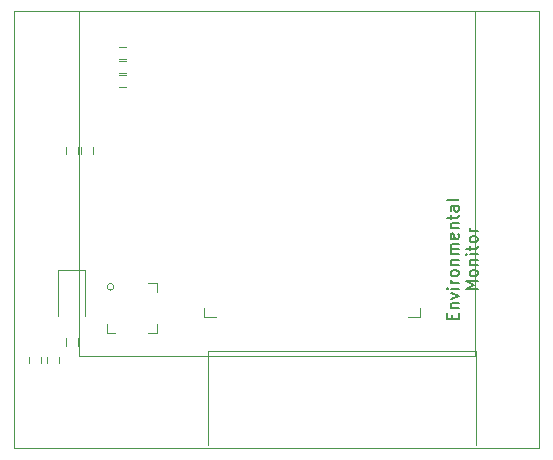
<source format=gbr>
%TF.GenerationSoftware,KiCad,Pcbnew,(6.0.1-0)*%
%TF.CreationDate,2022-01-25T11:14:44+00:00*%
%TF.ProjectId,EnvMon,456e764d-6f6e-42e6-9b69-6361645f7063,4*%
%TF.SameCoordinates,Original*%
%TF.FileFunction,Legend,Top*%
%TF.FilePolarity,Positive*%
%FSLAX46Y46*%
G04 Gerber Fmt 4.6, Leading zero omitted, Abs format (unit mm)*
G04 Created by KiCad (PCBNEW (6.0.1-0)) date 2022-01-25 11:14:44*
%MOMM*%
%LPD*%
G01*
G04 APERTURE LIST*
%ADD10C,0.150000*%
%ADD11C,0.120000*%
G04 APERTURE END LIST*
D10*
X127123571Y-89047619D02*
X127123571Y-88714285D01*
X127647380Y-88571428D02*
X127647380Y-89047619D01*
X126647380Y-89047619D01*
X126647380Y-88571428D01*
X126980714Y-88142857D02*
X127647380Y-88142857D01*
X127075952Y-88142857D02*
X127028333Y-88095238D01*
X126980714Y-88000000D01*
X126980714Y-87857142D01*
X127028333Y-87761904D01*
X127123571Y-87714285D01*
X127647380Y-87714285D01*
X126980714Y-87333333D02*
X127647380Y-87095238D01*
X126980714Y-86857142D01*
X127647380Y-86476190D02*
X126980714Y-86476190D01*
X126647380Y-86476190D02*
X126695000Y-86523809D01*
X126742619Y-86476190D01*
X126695000Y-86428571D01*
X126647380Y-86476190D01*
X126742619Y-86476190D01*
X127647380Y-86000000D02*
X126980714Y-86000000D01*
X127171190Y-86000000D02*
X127075952Y-85952380D01*
X127028333Y-85904761D01*
X126980714Y-85809523D01*
X126980714Y-85714285D01*
X127647380Y-85238095D02*
X127599761Y-85333333D01*
X127552142Y-85380952D01*
X127456904Y-85428571D01*
X127171190Y-85428571D01*
X127075952Y-85380952D01*
X127028333Y-85333333D01*
X126980714Y-85238095D01*
X126980714Y-85095238D01*
X127028333Y-85000000D01*
X127075952Y-84952380D01*
X127171190Y-84904761D01*
X127456904Y-84904761D01*
X127552142Y-84952380D01*
X127599761Y-85000000D01*
X127647380Y-85095238D01*
X127647380Y-85238095D01*
X126980714Y-84476190D02*
X127647380Y-84476190D01*
X127075952Y-84476190D02*
X127028333Y-84428571D01*
X126980714Y-84333333D01*
X126980714Y-84190476D01*
X127028333Y-84095238D01*
X127123571Y-84047619D01*
X127647380Y-84047619D01*
X127647380Y-83571428D02*
X126980714Y-83571428D01*
X127075952Y-83571428D02*
X127028333Y-83523809D01*
X126980714Y-83428571D01*
X126980714Y-83285714D01*
X127028333Y-83190476D01*
X127123571Y-83142857D01*
X127647380Y-83142857D01*
X127123571Y-83142857D02*
X127028333Y-83095238D01*
X126980714Y-83000000D01*
X126980714Y-82857142D01*
X127028333Y-82761904D01*
X127123571Y-82714285D01*
X127647380Y-82714285D01*
X127599761Y-81857142D02*
X127647380Y-81952380D01*
X127647380Y-82142857D01*
X127599761Y-82238095D01*
X127504523Y-82285714D01*
X127123571Y-82285714D01*
X127028333Y-82238095D01*
X126980714Y-82142857D01*
X126980714Y-81952380D01*
X127028333Y-81857142D01*
X127123571Y-81809523D01*
X127218809Y-81809523D01*
X127314047Y-82285714D01*
X126980714Y-81380952D02*
X127647380Y-81380952D01*
X127075952Y-81380952D02*
X127028333Y-81333333D01*
X126980714Y-81238095D01*
X126980714Y-81095238D01*
X127028333Y-81000000D01*
X127123571Y-80952380D01*
X127647380Y-80952380D01*
X126980714Y-80619047D02*
X126980714Y-80238095D01*
X126647380Y-80476190D02*
X127504523Y-80476190D01*
X127599761Y-80428571D01*
X127647380Y-80333333D01*
X127647380Y-80238095D01*
X127647380Y-79476190D02*
X127123571Y-79476190D01*
X127028333Y-79523809D01*
X126980714Y-79619047D01*
X126980714Y-79809523D01*
X127028333Y-79904761D01*
X127599761Y-79476190D02*
X127647380Y-79571428D01*
X127647380Y-79809523D01*
X127599761Y-79904761D01*
X127504523Y-79952380D01*
X127409285Y-79952380D01*
X127314047Y-79904761D01*
X127266428Y-79809523D01*
X127266428Y-79571428D01*
X127218809Y-79476190D01*
X127647380Y-78857142D02*
X127599761Y-78952380D01*
X127504523Y-79000000D01*
X126647380Y-79000000D01*
X129257380Y-86523809D02*
X128257380Y-86523809D01*
X128971666Y-86190476D01*
X128257380Y-85857142D01*
X129257380Y-85857142D01*
X129257380Y-85238095D02*
X129209761Y-85333333D01*
X129162142Y-85380952D01*
X129066904Y-85428571D01*
X128781190Y-85428571D01*
X128685952Y-85380952D01*
X128638333Y-85333333D01*
X128590714Y-85238095D01*
X128590714Y-85095238D01*
X128638333Y-85000000D01*
X128685952Y-84952380D01*
X128781190Y-84904761D01*
X129066904Y-84904761D01*
X129162142Y-84952380D01*
X129209761Y-85000000D01*
X129257380Y-85095238D01*
X129257380Y-85238095D01*
X128590714Y-84476190D02*
X129257380Y-84476190D01*
X128685952Y-84476190D02*
X128638333Y-84428571D01*
X128590714Y-84333333D01*
X128590714Y-84190476D01*
X128638333Y-84095238D01*
X128733571Y-84047619D01*
X129257380Y-84047619D01*
X129257380Y-83571428D02*
X128590714Y-83571428D01*
X128257380Y-83571428D02*
X128305000Y-83619047D01*
X128352619Y-83571428D01*
X128305000Y-83523809D01*
X128257380Y-83571428D01*
X128352619Y-83571428D01*
X128590714Y-83238095D02*
X128590714Y-82857142D01*
X128257380Y-83095238D02*
X129114523Y-83095238D01*
X129209761Y-83047619D01*
X129257380Y-82952380D01*
X129257380Y-82857142D01*
X129257380Y-82380952D02*
X129209761Y-82476190D01*
X129162142Y-82523809D01*
X129066904Y-82571428D01*
X128781190Y-82571428D01*
X128685952Y-82523809D01*
X128638333Y-82476190D01*
X128590714Y-82380952D01*
X128590714Y-82238095D01*
X128638333Y-82142857D01*
X128685952Y-82095238D01*
X128781190Y-82047619D01*
X129066904Y-82047619D01*
X129162142Y-82095238D01*
X129209761Y-82142857D01*
X129257380Y-82238095D01*
X129257380Y-82380952D01*
X129257380Y-81619047D02*
X128590714Y-81619047D01*
X128781190Y-81619047D02*
X128685952Y-81571428D01*
X128638333Y-81523809D01*
X128590714Y-81428571D01*
X128590714Y-81333333D01*
D11*
%TO.C,R2*%
X96700000Y-74500000D02*
X96700000Y-75100000D01*
X95700000Y-74500000D02*
X95700000Y-75100000D01*
%TO.C,R1*%
X95400000Y-74500000D02*
X95400000Y-75100000D01*
X94400000Y-74500000D02*
X94400000Y-75100000D01*
%TO.C,D2*%
X96035000Y-84915000D02*
X93765000Y-84915000D01*
X93765000Y-84915000D02*
X93765000Y-88800000D01*
X96035000Y-88800000D02*
X96035000Y-84915000D01*
%TO.C,C4*%
X95400000Y-91300000D02*
X95400000Y-90700000D01*
X94400000Y-91300000D02*
X94400000Y-90700000D01*
%TO.C,J3*%
X129150000Y-91750000D02*
X129150000Y-99750000D01*
X106450000Y-91750000D02*
X129150000Y-91750000D01*
X106450000Y-91750000D02*
X106450000Y-99750000D01*
%TO.C,U3*%
X106130000Y-88100000D02*
X106130000Y-88880000D01*
X124370000Y-88100000D02*
X124370000Y-88880000D01*
X124370000Y-88880000D02*
X123370000Y-88880000D01*
X106130000Y-88880000D02*
X107130000Y-88880000D01*
%TO.C,M2*%
X129000000Y-63000000D02*
X129000000Y-92210000D01*
X90000000Y-63000000D02*
X90000000Y-100000000D01*
X95500000Y-92210000D02*
X95500000Y-63000000D01*
X134500000Y-63000000D02*
X90000000Y-63000000D01*
X90000000Y-100000000D02*
X134500000Y-100000000D01*
X134500000Y-100000000D02*
X134500000Y-63000000D01*
X129000000Y-92210000D02*
X95500000Y-92210000D01*
%TO.C,U2*%
X101360000Y-86015000D02*
X102085000Y-86015000D01*
X98590000Y-90235000D02*
X97865000Y-90235000D01*
X101360000Y-90235000D02*
X102085000Y-90235000D01*
X97865000Y-90235000D02*
X97865000Y-89510000D01*
X102085000Y-86015000D02*
X102085000Y-86740000D01*
X102085000Y-90235000D02*
X102085000Y-89510000D01*
X98457843Y-86325000D02*
G75*
G03*
X98457843Y-86325000I-282843J0D01*
G01*
%TO.C,R3*%
X93822500Y-92245276D02*
X93822500Y-92754724D01*
X92777500Y-92245276D02*
X92777500Y-92754724D01*
%TO.C,R4*%
X92322500Y-92245276D02*
X92322500Y-92754724D01*
X91277500Y-92245276D02*
X91277500Y-92754724D01*
%TO.C,R5*%
X99500000Y-69400000D02*
X98900000Y-69400000D01*
X99500000Y-68400000D02*
X98900000Y-68400000D01*
%TO.C,R6*%
X99500000Y-67000000D02*
X98900000Y-67000000D01*
X99500000Y-66000000D02*
X98900000Y-66000000D01*
%TO.C,R7*%
X99500000Y-68200000D02*
X98900000Y-68200000D01*
X99500000Y-67200000D02*
X98900000Y-67200000D01*
%TD*%
M02*

</source>
